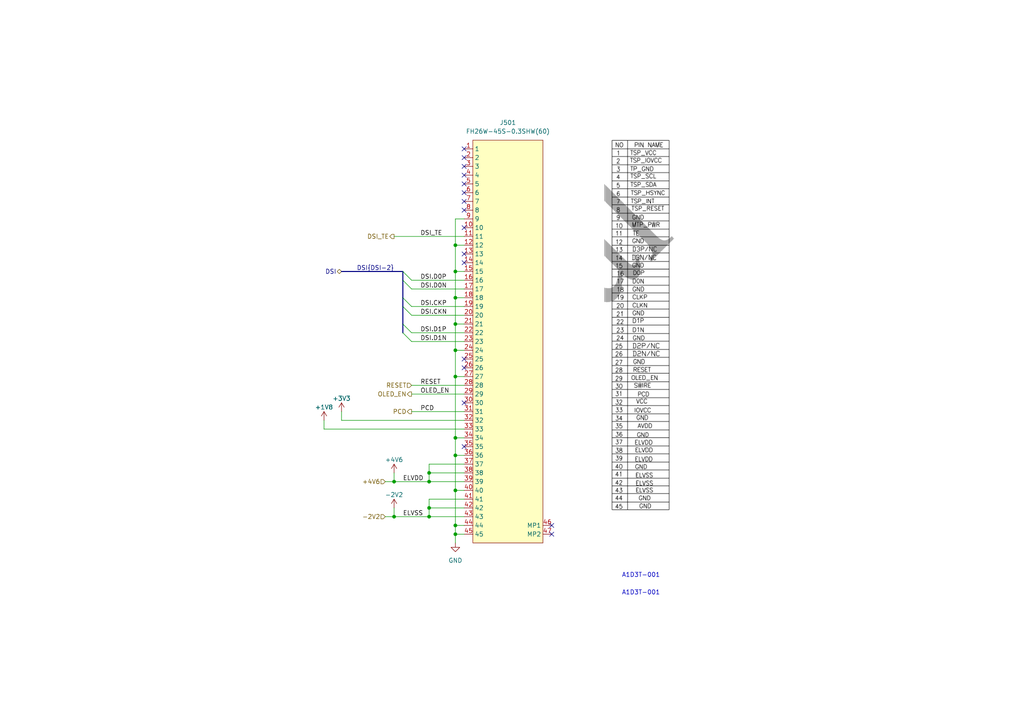
<source format=kicad_sch>
(kicad_sch (version 20230121) (generator eeschema)
  (paper "A4")
  (lib_symbols
    (symbol "power:+1V8" (power) (pin_names (offset 0))
      (property "Value" "+1V8" (at 0 3.556 0))
      (symbol "+1V8_0_1"
        (polyline (pts (xy -0.762 1.27) (xy 0 2.54)))
        (polyline (pts (xy 0 0) (xy 0 2.54)))
        (polyline (pts (xy 0 2.54) (xy 0.762 1.27)))
      )
      (symbol "+1V8_1_1"
        (pin power_in line (at 0 0 90) (length 0) hide (name "+1V8") (number "1"))
      )
    )
    (symbol "power:+3V3" (power) (pin_names (offset 0))
      (property "Value" "+3V3" (at 0 3.556 0))
      (symbol "+3V3_0_1"
        (polyline (pts (xy -0.762 1.27) (xy 0 2.54)))
        (polyline (pts (xy 0 0) (xy 0 2.54)))
        (polyline (pts (xy 0 2.54) (xy 0.762 1.27)))
      )
      (symbol "+3V3_1_1"
        (pin power_in line (at 0 0 90) (length 0) hide (name "+3V3") (number "1"))
      )
    )
    (symbol "power:GND" (power) (pin_names (offset 0))
      (property "Value" "GND" (at 0 -3.81 0))
      (symbol "GND_0_1"
        (polyline (pts (xy 0 0) (xy 0 -1.27) (xy 1.27 -1.27) (xy 0 -2.54) (xy -1.27 -1.27) (xy 0 -1.27)))
      )
      (symbol "GND_1_1"
        (pin power_in line (at 0 0 270) (length 0) hide (name "GND") (number "1"))
      )
    )
    (symbol "watch_symbols_lib:+4V6" (power) (pin_names (offset 0))
      (property "Value" "+4V6" (at 0 3.556 0))
      (symbol "+4V6_0_1"
        (polyline (pts (xy -0.762 1.27) (xy 0 2.54)))
        (polyline (pts (xy 0 0) (xy 0 2.54)))
        (polyline (pts (xy 0 2.54) (xy 0.762 1.27)))
      )
      (symbol "+4V6_1_1"
        (pin power_in line (at 0 0 90) (length 0) hide (name "+4V6") (number "1"))
      )
    )
    (symbol "watch_symbols_lib:-2V2" (power) (pin_names (offset 0))
      (property "Value" "-2V2" (at 0 3.556 0))
      (symbol "-2V2_0_1"
        (polyline (pts (xy -0.762 1.27) (xy 0 2.54)))
        (polyline (pts (xy 0 0) (xy 0 2.54)))
        (polyline (pts (xy 0 2.54) (xy 0.762 1.27)))
      )
      (symbol "-2V2_1_1"
        (pin power_in line (at 0 0 90) (length 0) hide (name "-2V2") (number "1"))
      )
    )
    (symbol "watch_symbols_lib:FH26W-45S-0.3SHW(60)"
      (property "Reference" "J" (at 0 7.62 0))
      (property "Value" "FH26W-45S-0.3SHW(60)" (at 0 5.08 0))
      (symbol "FH26W-45S-0.3SHW(60)_0_0"
        (pin passive line (at -12.7 0 0) (length 2.54) (name "1") (number "1"))
        (pin passive line (at -12.7 -22.86 0) (length 2.54) (name "10") (number "10"))
        (pin passive line (at -12.7 -25.4 0) (length 2.54) (name "11") (number "11"))
        (pin passive line (at -12.7 -27.94 0) (length 2.54) (name "12") (number "12"))
        (pin passive line (at -12.7 -30.48 0) (length 2.54) (name "13") (number "13"))
        (pin passive line (at -12.7 -33.02 0) (length 2.54) (name "14") (number "14"))
        (pin passive line (at -12.7 -35.56 0) (length 2.54) (name "15") (number "15"))
        (pin passive line (at -12.7 -38.1 0) (length 2.54) (name "16") (number "16"))
        (pin passive line (at -12.7 -40.64 0) (length 2.54) (name "17") (number "17"))
        (pin passive line (at -12.7 -43.18 0) (length 2.54) (name "18") (number "18"))
        (pin passive line (at -12.7 -45.72 0) (length 2.54) (name "19") (number "19"))
        (pin passive line (at -12.7 -2.54 0) (length 2.54) (name "2") (number "2"))
        (pin passive line (at -12.7 -48.26 0) (length 2.54) (name "20") (number "20"))
        (pin passive line (at -12.7 -50.8 0) (length 2.54) (name "21") (number "21"))
        (pin passive line (at -12.7 -53.34 0) (length 2.54) (name "22") (number "22"))
        (pin passive line (at -12.7 -55.88 0) (length 2.54) (name "23") (number "23"))
        (pin passive line (at -12.7 -58.42 0) (length 2.54) (name "24") (number "24"))
        (pin passive line (at -12.7 -60.96 0) (length 2.54) (name "25") (number "25"))
        (pin passive line (at -12.7 -63.5 0) (length 2.54) (name "26") (number "26"))
        (pin passive line (at -12.7 -66.04 0) (length 2.54) (name "27") (number "27"))
        (pin passive line (at -12.7 -68.58 0) (length 2.54) (name "28") (number "28"))
        (pin passive line (at -12.7 -71.12 0) (length 2.54) (name "29") (number "29"))
        (pin passive line (at -12.7 -5.08 0) (length 2.54) (name "3") (number "3"))
        (pin passive line (at -12.7 -73.66 0) (length 2.54) (name "30") (number "30"))
        (pin passive line (at -12.7 -76.2 0) (length 2.54) (name "31") (number "31"))
        (pin passive line (at -12.7 -78.74 0) (length 2.54) (name "32") (number "32"))
        (pin passive line (at -12.7 -81.28 0) (length 2.54) (name "33") (number "33"))
        (pin passive line (at -12.7 -83.82 0) (length 2.54) (name "34") (number "34"))
        (pin passive line (at -12.7 -86.36 0) (length 2.54) (name "35") (number "35"))
        (pin passive line (at -12.7 -88.9 0) (length 2.54) (name "36") (number "36"))
        (pin passive line (at -12.7 -91.44 0) (length 2.54) (name "37") (number "37"))
        (pin passive line (at -12.7 -93.98 0) (length 2.54) (name "38") (number "38"))
        (pin passive line (at -12.7 -96.52 0) (length 2.54) (name "39") (number "39"))
        (pin passive line (at -12.7 -7.62 0) (length 2.54) (name "4") (number "4"))
        (pin passive line (at -12.7 -99.06 0) (length 2.54) (name "40") (number "40"))
        (pin passive line (at -12.7 -101.6 0) (length 2.54) (name "41") (number "41"))
        (pin passive line (at -12.7 -104.14 0) (length 2.54) (name "42") (number "42"))
        (pin passive line (at -12.7 -106.68 0) (length 2.54) (name "43") (number "43"))
        (pin passive line (at -12.7 -109.22 0) (length 2.54) (name "44") (number "44"))
        (pin passive line (at -12.7 -111.76 0) (length 2.54) (name "45") (number "45"))
        (pin passive line (at 12.7 -109.22 180) (length 2.54) (name "MP1") (number "46"))
        (pin passive line (at 12.7 -111.76 180) (length 2.54) (name "MP2") (number "47"))
        (pin passive line (at -12.7 -10.16 0) (length 2.54) (name "5") (number "5"))
        (pin passive line (at -12.7 -12.7 0) (length 2.54) (name "6") (number "6"))
        (pin passive line (at -12.7 -15.24 0) (length 2.54) (name "7") (number "7"))
        (pin passive line (at -12.7 -17.78 0) (length 2.54) (name "8") (number "8"))
        (pin passive line (at -12.7 -20.32 0) (length 2.54) (name "9") (number "9"))
      )
      (symbol "FH26W-45S-0.3SHW(60)_1_1"
        (rectangle (start -10.16 2.54) (end 10.16 -114.3) (fill (type background)))
      )
    )
  )
  (junction (at 124.46 137.16))
  (junction (at 132.08 142.24))
  (junction (at 132.08 154.94))
  (junction (at 132.08 109.22))
  (junction (at 132.08 152.4))
  (junction (at 124.46 139.7))
  (junction (at 132.08 93.98))
  (junction (at 132.08 71.12))
  (junction (at 132.08 101.6))
  (junction (at 132.08 132.08))
  (junction (at 132.08 86.36))
  (junction (at 114.3 149.86))
  (junction (at 114.3 139.7))
  (junction (at 132.08 78.74))
  (junction (at 124.46 149.86))
  (junction (at 124.46 147.32))
  (junction (at 132.08 127))
  (no_connect (at 134.62 76.2))
  (no_connect (at 134.62 55.88))
  (no_connect (at 134.62 116.84))
  (no_connect (at 134.62 60.96))
  (no_connect (at 134.62 53.34))
  (no_connect (at 134.62 104.14))
  (no_connect (at 134.62 73.66))
  (no_connect (at 160.02 154.94))
  (no_connect (at 134.62 66.04))
  (no_connect (at 134.62 58.42))
  (no_connect (at 134.62 106.68))
  (no_connect (at 134.62 48.26))
  (no_connect (at 134.62 43.18))
  (no_connect (at 160.02 152.4))
  (no_connect (at 134.62 50.8))
  (no_connect (at 134.62 129.54))
  (no_connect (at 134.62 45.72))
  (bus_entry (at 119.38 88.9) (size -2.54 -2.54))
  (bus_entry (at 119.38 83.82) (size -2.54 -2.54))
  (bus_entry (at 119.38 99.06) (size -2.54 -2.54))
  (bus_entry (at 119.38 91.44) (size -2.54 -2.54))
  (bus_entry (at 119.38 96.52) (size -2.54 -2.54))
  (bus_entry (at 119.38 81.28) (size -2.54 -2.54))
  (wire (pts (xy 134.62 71.12) (xy 132.08 71.12)))
  (wire (pts (xy 111.76 139.7) (xy 114.3 139.7)))
  (wire (pts (xy 124.46 149.86) (xy 124.46 147.32)))
  (bus (pts (xy 116.84 78.74) (xy 99.06 78.74)))
  (bus (pts (xy 116.84 81.28) (xy 116.84 78.74)))
  (wire (pts (xy 132.08 152.4) (xy 134.62 152.4)))
  (wire (pts (xy 132.08 71.12) (xy 132.08 78.74)))
  (wire (pts (xy 119.38 119.38) (xy 134.62 119.38)))
  (wire (pts (xy 134.62 109.22) (xy 132.08 109.22)))
  (bus (pts (xy 116.84 93.98) (xy 116.84 96.52)))
  (wire (pts (xy 119.38 88.9) (xy 134.62 88.9)))
  (wire (pts (xy 132.08 109.22) (xy 132.08 127)))
  (wire (pts (xy 119.38 114.3) (xy 134.62 114.3)))
  (wire (pts (xy 124.46 137.16) (xy 134.62 137.16)))
  (wire (pts (xy 134.62 144.78) (xy 124.46 144.78)))
  (wire (pts (xy 132.08 63.5) (xy 132.08 71.12)))
  (wire (pts (xy 119.38 83.82) (xy 134.62 83.82)))
  (wire (pts (xy 124.46 139.7) (xy 124.46 137.16)))
  (wire (pts (xy 114.3 139.7) (xy 124.46 139.7)))
  (bus (pts (xy 116.84 86.36) (xy 116.84 81.28)))
  (wire (pts (xy 124.46 134.62) (xy 124.46 137.16)))
  (wire (pts (xy 134.62 63.5) (xy 132.08 63.5)))
  (wire (pts (xy 119.38 91.44) (xy 134.62 91.44)))
  (bus (pts (xy 116.84 88.9) (xy 116.84 93.98)))
  (wire (pts (xy 132.08 86.36) (xy 132.08 93.98)))
  (wire (pts (xy 134.62 149.86) (xy 124.46 149.86)))
  (wire (pts (xy 119.38 96.52) (xy 134.62 96.52)))
  (wire (pts (xy 134.62 93.98) (xy 132.08 93.98)))
  (wire (pts (xy 132.08 157.48) (xy 132.08 154.94)))
  (wire (pts (xy 124.46 147.32) (xy 134.62 147.32)))
  (wire (pts (xy 119.38 81.28) (xy 134.62 81.28)))
  (wire (pts (xy 134.62 78.74) (xy 132.08 78.74)))
  (wire (pts (xy 132.08 154.94) (xy 134.62 154.94)))
  (wire (pts (xy 99.06 121.92) (xy 134.62 121.92)))
  (wire (pts (xy 134.62 134.62) (xy 124.46 134.62)))
  (wire (pts (xy 124.46 144.78) (xy 124.46 147.32)))
  (wire (pts (xy 132.08 132.08) (xy 132.08 142.24)))
  (wire (pts (xy 134.62 127) (xy 132.08 127)))
  (wire (pts (xy 134.62 132.08) (xy 132.08 132.08)))
  (wire (pts (xy 132.08 154.94) (xy 132.08 152.4)))
  (wire (pts (xy 119.38 99.06) (xy 134.62 99.06)))
  (wire (pts (xy 132.08 101.6) (xy 132.08 109.22)))
  (bus (pts (xy 116.84 86.36) (xy 116.84 88.9)))
  (wire (pts (xy 93.98 124.46) (xy 134.62 124.46)))
  (wire (pts (xy 119.38 111.76) (xy 134.62 111.76)))
  (wire (pts (xy 114.3 137.16) (xy 114.3 139.7)))
  (wire (pts (xy 134.62 142.24) (xy 132.08 142.24)))
  (wire (pts (xy 114.3 147.32) (xy 114.3 149.86)))
  (wire (pts (xy 134.62 139.7) (xy 124.46 139.7)))
  (wire (pts (xy 111.76 149.86) (xy 114.3 149.86)))
  (wire (pts (xy 134.62 101.6) (xy 132.08 101.6)))
  (wire (pts (xy 134.62 86.36) (xy 132.08 86.36)))
  (wire (pts (xy 132.08 78.74) (xy 132.08 86.36)))
  (wire (pts (xy 99.06 119.38) (xy 99.06 121.92)))
  (wire (pts (xy 114.3 68.58) (xy 134.62 68.58)))
  (wire (pts (xy 93.98 121.92) (xy 93.98 124.46)))
  (wire (pts (xy 132.08 93.98) (xy 132.08 101.6)))
  (wire (pts (xy 132.08 127) (xy 132.08 132.08)))
  (wire (pts (xy 132.08 142.24) (xy 132.08 152.4)))
  (wire (pts (xy 114.3 149.86) (xy 124.46 149.86)))
  (image (at 185.42 93.98) (scale 1.59999))
  (text "A1D3T-001" (at 180.34 167.64 0) (effects (font (size 1.27 1.27)) (justify left bottom)))
  (text "A1D3T-001" (at 180.34 172.72 0) (effects (font (size 1.27 1.27)) (justify left bottom)))
  (label "PCD" (at 121.92 119.38 0))
  (label "DSI.D0N" (at 121.92 83.82 0))
  (label "DSI.CKP" (at 121.92 88.9 0))
  (label "DSI.D1P" (at 121.92 96.52 0))
  (label "DSI.D0P" (at 121.92 81.28 0))
  (label "DSI_TE" (at 121.92 68.58 0))
  (label "DSI.D1N" (at 121.92 99.06 0))
  (label "ELVDD" (at 116.84 139.7 0))
  (label "DSI{DSI-2}" (at 114.3 78.74 180))
  (label "RESET" (at 121.92 111.76 0))
  (label "ELVSS" (at 116.84 149.86 0))
  (label "DSI.CKN" (at 121.92 91.44 0))
  (label "OLED_EN" (at 121.92 114.3 0))
  (hierarchical_label "OLED_EN" (shape output) (at 119.38 114.3 180))
  (hierarchical_label "PCD" (shape output) (at 119.38 119.38 180))
  (hierarchical_label "DSI" (shape bidirectional) (at 99.06 78.74 180) (property "DSI" "DSI" (effects hide)))
  (hierarchical_label "+4V6" (shape input) (at 111.76 139.7 180))
  (hierarchical_label "RESET" (shape input) (at 119.38 111.76 180))
  (hierarchical_label "-2V2" (shape input) (at 111.76 149.86 180))
  (hierarchical_label "DSI_TE" (shape output) (at 114.3 68.58 180))
  (symbol (lib_id "power:+3V3") (at 99.06 119.38 0) (unit 1)
    (property "Reference" "#PWR0505" (effects hide))
    (property "Value" "+3V3" (at 99.06 115.57 0))
  )
  (symbol (lib_id "watch_symbols_lib:FH26W-45S-0.3SHW(60)") (at 147.32 43.18 0) (unit 1)
    (property "Reference" "J501" (at 147.32 35.56 0))
    (property "Value" "FH26W-45S-0.3SHW(60)" (at 147.32 38.1 0))
    (property "Footprint" "watch_footprints:FH26W-45S-0.3SHW(60)" (effects hide))
    (property "Datasheet" "https://www.mouser.co.uk/datasheet/2/185/FH26W_45S_0_3SHW_60__CL0580_2414_3_60_2DDrawing_00-1614924.pdf" (effects hide))
  )
  (symbol (lib_id "watch_symbols_lib:+4V6") (at 114.3 137.16 0) (unit 1)
    (property "Reference" "#PWR0502" (effects hide))
    (property "Value" "+4V6" (at 114.3 133.35 0))
  )
  (symbol (lib_id "power:GND") (at 132.08 157.48 0) (unit 1)
    (property "Reference" "#PWR0501" (effects hide))
    (property "Value" "GND" (at 132.08 162.56 0))
  )
  (symbol (lib_id "watch_symbols_lib:-2V2") (at 114.3 147.32 0) (unit 1)
    (property "Reference" "#PWR0503" (effects hide))
    (property "Value" "-2V2" (at 114.3 143.51 0))
  )
  (symbol (lib_id "power:+1V8") (at 93.98 121.92 0) (unit 1)
    (property "Reference" "#PWR0504" (effects hide))
    (property "Value" "+1V8" (at 93.98 118.11 0))
  )
)
</source>
